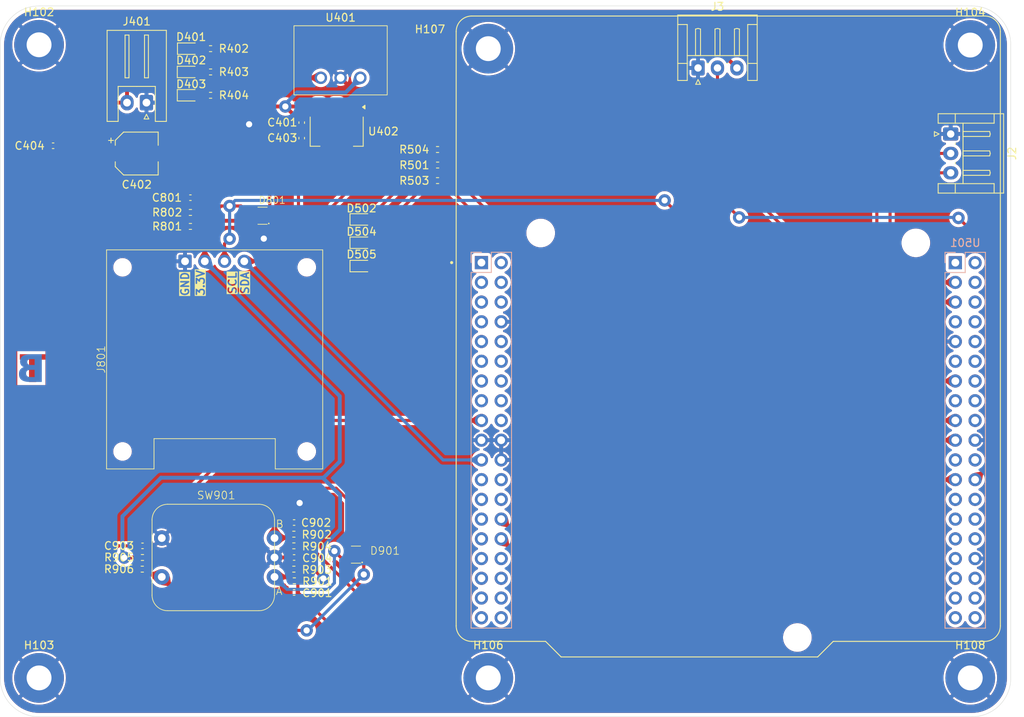
<source format=kicad_pcb>
(kicad_pcb (version 20240108) (generator "pcbnew") (generator_version "8.0")
  (title_block (title "Alarm System – Main Processing Board\n\n") (date "2025-04-15") (rev "1.0") (company "ENSEA") (comment 1 "AHAL Achraf") (comment 2 "HUSSAIN Ali"))
  (layers (0 "F.Cu" signal) (31 "B.Cu" signal) (34 "B.Paste" user) (35 "F.Paste" user) (36 "B.SilkS" user "B.Silkscreen") (37 "F.SilkS" user "F.Silkscreen") (38 "B.Mask" user) (39 "F.Mask" user) (44 "Edge.Cuts" user))
  (net 0 "")
  (net 1 "+12V")
  (net 2 "GND")
  (net 3 "+3.3V")
  (net 4 "+5V")
  (net 5 "/NUCLEO_L476RG/TIM2_CH1_ENC_A")
  (net 6 "/NUCLEO_L476RG/TIM2_CH2_ENC_B")
  (net 7 "Net-(D401-A)")
  (net 8 "Net-(D402-A)")
  (net 9 "Net-(D403-A)")
  (net 18 "/NUCLEO_L476RG/I2C1_SDA")
  (net 19 "/NUCLEO_L476RG/I2C1_SCL")
  (net 68 "/NUCLEO_L476RG/ENC_BTN")
  (net 69 "/NUCLEO_L476RG/LED_3")
  (net 70 "/NUCLEO_L476RG/LED_2")
  (net 71 "/NUCLEO_L476RG/LED_0")
  (net 72 "Net-(D502-A)")
  (net 73 "Net-(D504-A)")
  (net 74 "Net-(D505-A)")
  (net 75 "/Rotary_Encodeur/S")
  (net 76 "/Rotary_Encodeur/B")
  (net 77 "/Rotary_Encodeur/A")
  (net 79 "/INPUT_OUTPUT/INPUT")
  (net 80 "/INPUT_OUTPUT/VALID_ALARM")
  (net 81 "/INPUT_OUTPUT/SIG_ALARM")
  (footprint "Capacitor_SMD:C_0402_1005Metric" (layer "F.Cu") (at 103.2 72.7)
    (property "Reference" "C801")
    (property "Value" "1u" (hide yes))
  )
  (footprint "Resistor_SMD:R_0402_1005Metric" (layer "F.Cu") (at 103.2 76.4 180)
    (property "Reference" "R801")
    (property "Value" "1k" (hide yes))
  )
  (footprint "Resistor_SMD:R_0402_1005Metric" (layer "F.Cu") (at 105.7953 56.5161)
    (property "Reference" "R403")
    (property "Value" "1k6" (hide yes))
  )
  (footprint "LED_SMD:LED_0603_1608Metric" (layer "F.Cu") (at 102.9978 56.5161)
    (property "Reference" "D402")
    (property "Value" "RED_LED" (hide yes))
  )
  (footprint "Capacitor_SMD:C_0402_1005Metric" (layer "F.Cu") (at 117.5178 65.0361 90)
    (property "Reference" "C403")
    (property "Value" "100u" (hide yes))
  )
  (footprint "Library:173010xxx" (layer "F.Cu") (at 122.5178 57.2661)
    (property "Reference" "U401")
    (property "Value" "173010542" (hide yes))
  )
  (footprint "Library:482016514001_Mechanical_Incremental_Encoder_Switch" (layer "F.Cu") (at 106.5178 119.0161)
    (property "Reference" "SW901")
    (property "Value" "RotaryEncoder_Switch" (hide yes))
  )
  (footprint "Capacitor_SMD:C_0402_1005Metric" (layer "F.Cu") (at 116.5378 119.0161 180)
    (property "Reference" "C904")
    (property "Value" "100n" (hide yes))
  )
  (footprint "LED_SMD:LED_0603_1608Metric" (layer "F.Cu") (at 102.9978 59.5161)
    (property "Reference" "D403")
    (property "Value" "RED_LED" (hide yes))
  )
  (footprint "Resistor_SMD:R_0402_1005Metric" (layer "F.Cu") (at 116.5078 116.0161 180)
    (property "Reference" "R902")
    (property "Value" "10k" (hide yes))
  )
  (footprint "Capacitor_SMD:C_0402_1005Metric" (layer "F.Cu") (at 97.0378 117.5161)
    (property "Reference" "C903")
    (property "Value" "10n" (hide yes))
  )
  (footprint "LED_SMD:LED_0603_1608Metric" (layer "F.Cu") (at 125.2125 75.5)
    (property "Reference" "D502")
    (property "Value" "RED_LED" (hide yes))
  )
  (footprint "Resistor_SMD:R_0402_1005Metric" (layer "F.Cu") (at 97.0278 119.0161)
    (property "Reference" "R905")
    (property "Value" "10k" (hide yes))
  )
  (footprint "Connector_JST:JST_EH_S3B-EH_1x03_P2.50mm_Horizontal" (layer "F.Cu") (at 168.5 56)
    (property "Reference" "J3")
    (property "Value" "Conn_01x03")
  )
  (footprint "Resistor_SMD:R_0402_1005Metric" (layer "F.Cu") (at 134.99 66.5 180)
    (property "Reference" "R504")
    (property "Value" "400" (hide yes))
  )
  (footprint "Resistor_SMD:R_0402_1005Metric" (layer "F.Cu") (at 103.2 74.6 180)
    (property "Reference" "R802")
    (property "Value" "1k" (hide yes))
  )
  (footprint "LED_SMD:LED_0603_1608Metric" (layer "F.Cu") (at 125.2125 78.5)
    (property "Reference" "D504")
    (property "Value" "YELLOW_LED")
  )
  (footprint "Library:NUCLEO_L476RG" (layer "F.Cu") (at 172.3878 103.9161)
    (property "Reference" "U501")
    (property "Value" "NUCLEO_L476RG")
  )
  (footprint "Library:SBC-OLED01" (layer "F.Cu") (at 108.0178 94.5161)
    (property "Reference" "J801")
    (property "Value" "Conn_01x04" (hide yes))
  )
  (footprint "MountingHole:MountingHole_3.2mm_M3_Pad" (layer "F.Cu") (at 83.7303 53.0161)
    (property "Reference" "H102")
    (property "Value" "MountingHole_Pad" (hide yes))
  )
  (footprint "Resistor_SMD:R_0402_1005Metric" (layer "F.Cu") (at 105.7953 53.5161)
    (property "Reference" "R402")
    (property "Value" "5k1" (hide yes))
  )
  (footprint "Resistor_SMD:R_0402_1005Metric" (layer "F.Cu") (at 116.5078 120.5161 180)
    (property "Reference" "R903")
    (property "Value" "10k" (hide yes))
  )
  (footprint "Package_TO_SOT_SMD:SOT-223-3_TabPin2" (layer "F.Cu") (at 122.0178 64.1661 -90)
    (property "Reference" "U402")
    (property "Value" "AZ1117CH2-3.3TRG1" (hide yes))
  )
  (footprint "Resistor_SMD:R_0402_1005Metric" (layer "F.Cu") (at 116.5678 122.0161 180)
    (property "Reference" "R901")
    (property "Value" "10k" (hide yes))
  )
  (footprint "Library:SC70-5L" (layer "F.Cu") (at 112.505 75.02 90)
    (property "Reference" "D801")
    (property "Value" "WE 82402374" (hide yes))
  )
  (footprint "MountingHole:MountingHole_3.2mm_M3_Pad" (layer "F.Cu") (at 83.7303 134.5161)
    (property "Reference" "H103")
    (property "Value" "MountingHole_Pad" (hide yes))
  )
  (footprint "Capacitor_SMD:C_0402_1005Metric" (layer "F.Cu") (at 117.5178 63.0361 -90)
    (property "Reference" "C401")
    (property "Value" "10u" (hide yes))
  )
  (footprint "Capacitor_SMD:C_0402_1005Metric" (layer "F.Cu") (at 85.5378 66.0161 180)
    (property "Reference" "C404")
    (property "Value" "100n" (hide yes))
  )
  (footprint "MountingHole:MountingHole_3.2mm_M3_Pad" (layer "F.Cu") (at 141.5178 53.5161)
    (property "Reference" "H107")
    (property "Value" "MountingHole_Pad")
  )
  (footprint "Capacitor_SMD:C_0402_1005Metric" (layer "F.Cu") (at 116.5378 123.5161 180)
    (property "Reference" "C901")
    (property "Value" "10n" (hide yes))
  )
  (footprint "Capacitor_SMD:C_0402_1005Metric" (layer "F.Cu") (at 116.5378 114.5161 180)
    (property "Reference" "C902")
    (property "Value" "10n" (hide yes))
  )
  (footprint "LED_SMD:LED_0603_1608Metric" (layer "F.Cu") (at 125.2125 81.5)
    (property "Reference" "D505")
    (property "Value" "GREEN_LED" (hide yes))
  )
  (footprint "MountingHole:MountingHole_3.2mm_M3_Pad" (layer "F.Cu") (at 203.5178 53.0516)
    (property "Reference" "H104")
    (property "Value" "MountingHole_Pad")
  )
  (footprint "Connector_JST:JST_EH_S3B-EH_1x03_P2.50mm_Horizontal" (layer "F.Cu") (at 201 64.5 -90)
    (property "Reference" "J2")
    (property "Value" "Conn_01x03")
  )
  (footprint "Library:SC70-5L" (layer "F.Cu") (at 124.5178 118.65 90)
    (property "Reference" "D901")
    (property "Value" "WE 82402374" (hide yes))
  )
  (footprint "LED_SMD:LED_0603_1608Metric" (layer "F.Cu") (at 103.0178 53.5161)
    (property "Reference" "D401")
    (property "Value" "RED_LED" (hide yes))
  )
  (footprint "Resistor_SMD:R_0402_1005Metric" (layer "F.Cu") (at 134.99 70.5 180)
    (property "Reference" "R503")
    (property "Value" "800" (hide yes))
  )
  (footprint "Resistor_SMD:R_0402_1005Metric" (layer "F.Cu") (at 97.0078 120.5161 180)
    (property "Reference" "R906")
    (property "Value" "10k" (hide yes))
  )
  (footprint "Resistor_SMD:R_0402_1005Metric" (layer "F.Cu") (at 135 68.5 180)
    (property "Reference" "R501")
    (property "Value" "800" (hide yes))
  )
  (footprint "Capacitor_SMD:CP_Elec_5x5.4" (layer "F.Cu") (at 96.2953 67.0161)
    (property "Reference" "C402")
    (property "Value" "22u" (hide yes))
  )
  (footprint "Connector_JST:JST_XH_S2B-XH-A_1x02_P2.50mm_Horizontal" (layer "F.Cu") (at 97.5453 60.4661 180)
    (property "Reference" "J401")
    (property "Value" "Conn_01x02" (hide yes))
  )
  (footprint "Resistor_SMD:R_0402_1005Metric" (layer "F.Cu") (at 105.7953 59.5161)
    (property "Reference" "R404")
    (property "Value" "820" (hide yes))
  )
  (footprint "MountingHole:MountingHole_3.2mm_M3_Pad" (layer "F.Cu") (at 141.5178 134.5161)
    (property "Reference" "H106")
    (property "Value" "MountingHole_Pad")
  )
  (footprint "Resistor_SMD:R_0402_1005Metric" (layer "F.Cu") (at 116.5078 117.5161 180)
    (property "Reference" "R904")
    (property "Value" "10k" (hide yes))
  )
  (footprint "MountingHole:MountingHole_3.2mm_M3_Pad" (layer "F.Cu") (at 203.5178 134.5161)
    (property "Reference" "H108")
    (property "Value" "MountingHole_Pad")
  )
  (gr_arc (start 203.73025 48.01615) (mid 207.265784 49.480616) (end 208.73025 53.01615) (stroke (width 0.05)) (layer "Edge.Cuts"))
  (gr_arc (start 208.73025 134.51615) (mid 207.265784 138.051684) (end 203.73025 139.51615) (stroke (width 0.05)) (layer "Edge.Cuts"))
  (gr_line (start 203.73025 48.01615) (end 83.73025 48.01615) (stroke (width 0.05)) (layer "Edge.Cuts"))
  (gr_line (start 83.73025 139.51615) (end 203.73025 139.51615) (stroke (width 0.05)) (layer "Edge.Cuts"))
  (gr_line (start 208.73025 134.51615) (end 208.73025 53.01615) (stroke (width 0.05)) (layer "Edge.Cuts"))
  (gr_line (start 78.73025 134.51615) (end 78.73025 53.01615) (stroke (width 0.05)) (layer "Edge.Cuts"))
  (gr_arc (start 78.73025 53.01615) (mid 80.194716 49.480616) (end 83.73025 48.01615) (stroke (width 0.05)) (layer "Edge.Cuts"))
  (gr_arc (start 83.73025 139.51615) (mid 80.194716 138.051684) (end 78.73025 134.51615) (stroke (width 0.05)) (layer "Edge.Cuts"))
  (gr_text "A.AHAL\nA.HUSSAIN" (at 103.73025 135.01615 0) (layer "F.Cu") (effects (font (size 1.5 1.5) (thickness 0.3) (bold yes)) (justify left bottom)))
  (gr_text "T" (at 81.23025 97.01615 0) (layer "F.Cu") (effects (font (size 3.5 3.5) (thickness 0.75) (bold yes)) (justify left bottom)))
  (gr_text "B" (at 84.53025 97.01615 0) (layer "B.Cu") (effects (font (size 3.5 3.5) (thickness 0.75) (bold yes)) (justify left bottom mirror)))
  (segment (start 107.2275 54.5144) (end 105.8657 54.5144) (width 0.5) (layer "F.Cu") (net 1))
  (segment (start 87.9936 66.0161) (end 86.0178 66.0161) (width 0.5) (layer "F.Cu") (net 1))
  (segment (start 107.2275 52.7843) (end 107.2275 54.5144) (width 0.5) (layer "F.Cu") (net 1))
  (segment (start 95.0453 56.6847) (end 100.0473 51.6827) (width 0.5) (layer "F.Cu") (net 1))
  (segment (start 94.0953 67.0161) (end 90.5445 63.4652) (width 0.5) (layer "F.Cu") (net 1))
  (segment (start 95.0453 60.4661) (end 95.0453 56.6847) (width 0.5) (layer "F.Cu") (net 1))
  (segment (start 94.6699 60.4661) (end 93.5436 60.4661) (width 0.5) (layer "F.Cu") (net 1))
  (segment (start 107.2275 54.5144) (end 109.9792 57.2661) (width 0.5) (layer "F.Cu") (net 1))
  (segment (start 95.0453 60.4661) (end 94.6699 60.4661) (width 0.5) (layer "F.Cu") (net 1))
  (segment (start 106.1259 51.6827) (end 107.2275 52.7843) (width 0.5) (layer "F.Cu") (net 1))
  (segment (start 105.8657 54.5144) (end 105.2853 53.934) (width 0.5) (layer "F.Cu") (net 1))
  (segment (start 109.9792 57.2661) (end 119.9778 57.2661) (width 0.5) (layer "F.Cu") (net 1))
  (segment (start 100.0473 51.6827) (end 106.1259 51.6827) (width 0.5) (layer "F.Cu") (net 1))
  (segment (start 93.5436 60.4661) (end 90.5445 63.4652) (width 0.5) (layer "F.Cu") (net 1))
  (segment (start 90.5445 63.4652) (end 87.9936 66.0161) (width 0.5) (layer "F.Cu") (net 1))
  (segment (start 105.2853 53.934) (end 105.2853 53.5161) (width 0.5) (layer "F.Cu") (net 1))
  (segment (start 204.1378 103.9161) (end 205.6339 103.9161) (width 0.5) (layer "F.Cu") (net 2))
  (segment (start 204.1378 119.1561) (end 205.6439 119.1561) (width 0.5) (layer "F.Cu") (net 2))
  (segment (start 201.5978 91.2161) (end 199.2261 91.2161) (width 0.5) (layer "F.Cu") (net 2))
  (segment (start 114.0178 119.0161) (end 116.0578 119.0161) (width 0.5) (layer "F.Cu") (net 2))
  (segment (start 199.2261 91.2161) (end 199.19 91.18) (width 0.5) (layer "F.Cu") (net 2))
  (segment (start 125.45 118.65) (end 126.25 118.65) (width 0.4) (layer "F.Cu") (net 2))
  (segment (start 98.5178 117.5161) (end 99.5178 116.5161) (width 0.5) (layer "F.Cu") (net 2))
  (segment (start 143.1778 88.6761) (end 145.0639 88.6761) (width 0.5) (layer "F.Cu") (net 2))
  (segment (start 145.0639 88.6761) (end 145.08 88.66) (width 0.5) (layer "F.Cu") (net 2))
  (segment (start 113.3722 75.0239) (end 114.7222 75.0239) (width 0.4) (layer "F.Cu") (net 2))
  (segment (start 205.6339 103.9161) (end 205.65 103.9) (width 0.5) (layer "F.Cu") (net 2))
  (segment (start 97.5178 117.5161) (end 98.5178 117.5161) (width 0.5) (layer "F.Cu") (net 2))
  (via (at 112.64 77.97) (size 1.6) (drill 0.8) (layers "F.Cu" "B.Cu") (net 2))
  (via (at 110.75 63.25) (size 1.6) (drill 0.8) (layers "F.Cu" "B.Cu") (net 2))
  (via (at 117.25 112) (size 1.6) (drill 0.8) (layers "F.Cu" "B.Cu") (net 2))
  (segment (start 102.72 72.7) (end 102.72 72.209) (width 0.5) (layer "F.Cu") (net 3))
  (segment (start 105.0478 78.2578) (end 104.87 78.08) (width 0.5) (layer "F.Cu") (net 3))
  (segment (start 109.4129 65.5161) (end 117.5178 65.5161) (width 0.5) (layer "F.Cu") (net 3))
  (segment (start 122.0178 61.0161) (end 122.0178 61.5749) (width 0.5) (layer "F.Cu") (net 3))
  (segment (start 117.0178 120.5161) (end 119.1014 120.5161) (width 0.5) (layer "F.Cu") (net 3))
  (segment (start 118.0766 65.5161) (end 117.5178 65.5161) (width 0.5) (layer "F.Cu") (net 3))
  (segment (start 102.72 72.209) (end 109.4129 65.5161) (width 0.5) (layer "F.Cu") (net 3))
  (segment (start 119.1014 120.5161) (end 120.2999 121.7146) (width 0.5) (layer "F.Cu") (net 3))
  (segment (start 102.69 76.8139) (end 102.69 76.4) (width 0.5) (layer "F.Cu") (net 3))
  (segment (start 105.2853 61.3885) (end 105.2853 59.5161) (width 0.5) (layer "F.Cu") (net 3))
  (segment (start 159.4238 62.2247) (end 167.3106 54.3379) (width 0.5) (layer "F.Cu") (net 3))
  (segment (start 94.7039 119.0161) (end 94.69 119.03) (width 0.5) (layer "F.Cu") (net 3))
  (segment (start 171.8379 54.3379) (end 173.5 56) (width 0.5) (layer "F.Cu") (net 3))
  (segment (start 104.87 78.08) (end 103.9561 78.08) (width 0.5) (layer "F.Cu") (net 3))
  (segment (start 102.72 74.57) (end 102.72 72.7) (width 0.5) (layer "F.Cu") (net 3))
  (segment (start 105.02 78.08) (end 104.87 78.08) (width 0.5) (layer "F.Cu") (net 3))
  (segment (start 119.1472 64.4455) (end 122.0178 67.3161) (width 0.5) (layer "F.Cu") (net 3))
  (segment (start 117.0178 117.5161) (end 117.0178 119.0161) (width 0.5) (layer "F.Cu") (net 3))
  (segment (start 102.69 74.6) (end 102.72 74.57) (width 0.5) (layer "F.Cu") (net 3))
  (segment (start 127.1092 62.2247) (end 159.4238 62.2247) (width 0.5) (layer "F.Cu") (net 3))
  (segment (start 122.0178 61.5749) (end 119.1472 64.4455) (width 0.5) (layer "F.Cu") (net 3))
  (segment (start 111.555 75.67) (end 107.43 75.67) (width 0.5) (layer "F.Cu") (net 3))
  (segment (start 96.5178 119.0161) (end 94.7039 119.0161) (width 0.5) (layer "F.Cu") (net 3))
  (segment (start 107.43 75.67) (end 105.02 78.08) (width 0.5) (layer "F.Cu") (net 3))
  (segment (start 103.9561 78.08) (end 102.69 76.8139) (width 0.5) (layer "F.Cu") (net 3))
  (segment (start 167.3106 54.3379) (end 171.8379 54.3379) (width 0.5) (layer "F.Cu") (net 3))
  (segment (start 109.4129 65.5161) (end 105.2853 61.3885) (width 0.5) (layer "F.Cu") (net 3))
  (segment (start 102.69 74.6) (end 102.69 76.4) (width 0.5) (layer "F.Cu") (net 3))
  (segment (start 122.0178 67.3161) (end 127.1092 62.2247) (width 0.5) (layer "F.Cu") (net 3))
  (segment (start 117.0178 120.5161) (end 117.0178 119.0161) (width 0.5) (layer "F.Cu") (net 3))
  (segment (start 105.0478 80.8861) (end 105.0478 78.2578) (width 0.5) (layer "F.Cu") (net 3))
  (segment (start 119.1472 64.4455) (end 118.0766 65.5161) (width 0.5) (layer "F.Cu") (net 3))
  (via (at 94.69 119.03) (size 1.6) (drill 0.8) (layers "F.Cu" "B.Cu") (net 3))
  (via (at 120.2999 121.7146) (size 1.6) (drill 0.8) (layers "F.Cu" "B.Cu") (net 3))
  (segment (start 94.69 119.010447) (end 94.45 118.770447) (width 0.5) (layer "B.Cu") (net 3))
  (segment (start 120.2724 121.6871) (end 120.2999 121.7146) (width 0.5) (layer "B.Cu") (net 3))
  (segment (start 120.2707 108.8) (end 122.45 110.9793) (width 0.5) (layer "B.Cu") (net 3))
  (segment (start 99.42 108.75) (end 120.2207 108.75) (width 0.5) (layer "B.Cu") (net 3))
  (segment (start 122.41 106.6607) (end 120.2707 108.8) (width 0.5) (layer "B.Cu") (net 3))
  (segment (start 122.45 115.41179) (end 120.2724 117.58939) (width 0.5) (layer "B.Cu") (net 3))
  (segment (start 94.45 113.72) (end 99.42 108.75) (width 0.5) (layer "B.Cu") (net 3))
  (segment (start 94.45 118.770447) (end 94.45 113.72) (width 0.5) (layer "B.Cu") (net 3))
  (segment (start 120.2724 117.58939) (end 120.2724 121.6871) (width 0.5) (layer "B.Cu") (net 3))
  (segment (start 105.0478 80.8861) (end 122.41 98.2483) (width 0.5) (layer "B.Cu") (net 3))
  (segment (start 120.2207 108.75) (end 120.2707 108.8) (width 0.5) (layer "B.Cu") (net 3))
  (segment (start 122.41 98.2483) (end 122.41 106.6607) (width 0.5) (layer "B.Cu") (net 3))
  (segment (start 122.45 110.9793) (end 122.45 115.41179) (width 0.5) (layer "B.Cu") (net 3))
  (segment (start 94.69 119.03) (end 94.69 119.010447) (width 0.5) (layer "B.Cu") (net 3))
  (segment (start 105.2853 57.0048) (end 105.2853 56.5161) (width 0.5) (layer "F.Cu") (net 4))
  (segment (start 117.0061 62.5561) (end 115.41 60.96) (width 0.5) (layer "F.Cu") (net 4))
  (segment (start 119.0578 61.0161) (end 119.7178 61.0161) (width 0.5) (layer "F.Cu") (net 4))
  (segment (start 119.6617 60.96) (end 119.7178 61.0161) (width 0.5) (layer "F.Cu") (net 4))
  (segment (start 119.7178 61.0161) (end 119.7178 60.8693) (width 0.5) (layer "F.Cu") (net 4))
  (segment (start 115.41 60.96) (end 109.9078 60.96) (width 0.5) (layer "F.Cu") (net 4))
  (segment (start 115.41 60.96) (end 119.6617 60.96) (width 0.5) (layer "F.Cu") (net 4))
  (segment (start 117.5178 62.5561) (end 117.0061 62.5561) (width 0.5) (layer "F.Cu") (net 4))
  (segment (start 109.9078 60.96) (end 106.6144 57.6666) (width 0.5) (layer "F.Cu") (net 4))
  (segment (start 105.9471 57.6666) (end 105.2853 57.0048) (width 0.5) (layer "F.Cu") (net 4))
  (segment (start 106.6144 57.6666) (end 105.9471 57.6666) (width 0.5) (layer "F.Cu") (net 4))
  (via (at 115.41 60.96) (size 1.6) (drill 0.8) (layers "F.Cu" "B.Cu") (net 4))
  (segment (start 125.0578 57.2661) (end 123.1739 59.15) (width 0.5) (layer "B.Cu") (net 4))
  (segment (start 123.1739 59.15) (end 116.92 59.15) (width 0.5) (layer "B.Cu") (net 4))
  (segment (start 116.92 59.15) (end 115.41 60.66) (width 0.5) (layer "B.Cu") (net 4))
  (segment (start 115.41 60.66) (end 115.41 60.96) (width 0.5) (layer "B.Cu") (net 4))
  (segment (start 122.5793 129.0776) (end 144.0712 129.0776) (width 0.4) (layer "F.Cu") (net 5))
  (segment (start 144.0712 129.0776) (end 145.5098 127.639) (width 0.4) (layer "F.Cu") (net 5))
  (segment (start 145.5098 127.639) (end 145.5098 116.4081) (width 0.4) (layer "F.Cu") (net 5))
  (segment (start 117.0178 122.0761) (end 117.0178 123.5161) (width 0.4) (layer "F.Cu") (net 5))
  (segment (start 117.0778 122.0161) (end 117.0178 122.0761) (width 0.4) (layer "F.Cu") (net 5))
  (segment (start 145.5098 116.4081) (end 143.1778 114.0761) (width 0.4) (layer "F.Cu") (net 5))
  (segment (start 117.0178 123.5161) (end 122.5793 129.0776) (width 0.4) (layer "F.Cu") (net 5))
  (segment (start 117.0178 116.0161) (end 117.0178 114.5161) (width 0.4) (layer "F.Cu") (net 6))
  (segment (start 143.7813 128.2296) (end 129.2313 128.2296) (width 0.4) (layer "F.Cu") (net 6))
  (segment (start 129.2313 128.2296) (end 117.0178 116.0161) (width 0.4) (layer "F.Cu") (net 6))
  (segment (start 144.6572 118.0955) (end 144.6572 127.3537) (width 0.4) (layer "F.Cu") (net 6))
  (segment (start 143.1778 116.6161) (end 144.6572 118.0955) (width 0.4) (layer "F.Cu") (net 6))
  (segment (start 144.6572 127.3537) (end 143.7813 128.2296) (width 0.4) (layer "F.Cu") (net 6))
  (segment (start 104.7415 52.5799) (end 105.7428 52.5799) (width 0.4) (layer "F.Cu") (net 7))
  (segment (start 105.7428 52.5799) (end 106.3053 53.1424) (width 0.4) (layer "F.Cu") (net 7))
  (segment (start 103.8053 53.5161) (end 104.7415 52.5799) (width 0.4) (layer "F.Cu") (net 7))
  (segment (start 106.3053 53.1424) (end 106.3053 53.5161) (width 0.4) (layer "F.Cu") (net 7))
  (segment (start 105.7285 55.5892) (end 106.3053 56.166) (width 0.4) (layer "F.Cu") (net 8))
  (segment (start 104.7122 55.5892) (end 105.7285 55.5892) (width 0.4) (layer "F.Cu") (net 8))
  (segment (start 103.7853 56.5161) (end 104.7122 55.5892) (width 0.4) (layer "F.Cu") (net 8))
  (segment (start 106.3053 56.166) (end 106.3053 56.5161) (width 0.4) (layer "F.Cu") (net 8))
  (segment (start 106.3053 59.1539) (end 106.3053 59.5161) (width 0.4) (layer "F.Cu") (net 9))
  (segment (start 104.7254 58.576) (end 105.7274 58.576) (width 0.4) (layer "F.Cu") (net 9))
  (segment (start 105.7274 58.576) (end 106.3053 59.1539) (width 0.4) (layer "F.Cu") (net 9))
  (segment (start 103.7853 59.5161) (end 104.7254 58.576) (width 0.4) (layer "F.Cu") (net 9))
  (segment (start 108.85 70.35) (end 104.6 74.6) (width 0.4) (layer "F.Cu") (net 18))
  (segment (start 104.6 74.6) (end 103.71 74.6) (width 0.4) (layer "F.Cu") (net 18))
  (segment (start 113.7739 80.8861) (end 117.1 77.56) (width 0.4) (layer "F.Cu") (net 18))
  (segment (start 117.1 77.56) (end 117.1 71.14) (width 0.4) (layer "F.Cu") (net 18))
  (segment (start 113.405 70.775) (end 113.305 70.775) (width 0.4) (layer "F.Cu") (net 18))
  (segment (start 112.88 70.35) (end 108.85 70.35) (width 0.4) (layer "F.Cu") (net 18))
  (segment (start 110.1278 80.8861) (end 113.7739 80.8861) (width 0.4) (layer "F.Cu") (net 18))
  (segment (start 113.85 70.33) (end 113.405 70.775) (width 0.4) (layer "F.Cu") (net 18))
  (segment (start 113.305 70.775) (end 112.88 70.35) (width 0.4) (layer "F.Cu") (net 18))
  (segment (start 117.1 71.14) (end 116.29 70.33) (width 0.4) (layer "F.Cu") (net 18))
  (segment (start 113.405 70.775) (end 113.405 74.22) (width 0.4) (layer "F.Cu") (net 18))
  (segment (start 116.29 70.33) (end 113.85 70.33) (width 0.4) (layer "F.Cu") (net 18))
  (segment (start 135.6978 106.4561) (end 110.1278 80.8861) (width 0.4) (layer "B.Cu") (net 18))
  (segment (start 140.6378 106.4561) (end 135.6978 106.4561) (width 0.4) (layer "B.Cu") (net 18))
  (segment (start 201.5978 101.3761) (end 192.5261 101.3761) (width 0.4) (layer "F.Cu") (net 19))
  (segment (start 108.24 73.77) (end 109.7 73.77) (width 0.4) (layer "F.Cu") (net 19))
  (segment (start 192.5261 101.3761) (end 164.2 73.05) (width 0.4) (layer "F.Cu") (net 19))
  (segment (start 110.3 74.37) (end 111.555 74.37) (width 0.4) (layer "F.Cu") (net 19))
  (segment (start 109.7 73.77) (end 110.3 74.37) (width 0.4) (layer "F.Cu") (net 19))
  (segment (start 104.53 76.4) (end 103.71 76.4) (width 0.4) (layer "F.Cu") (net 19))
  (segment (start 107.16 73.77) (end 104.53 76.4) (width 0.4) (layer "F.Cu") (net 19))
  (segment (start 107.5878 78.6322) (end 108.24 77.98) (width 0.4) (layer "F.Cu") (net 19))
  (segment (start 108.24 73.77) (end 107.16 73.77) (width 0.4) (layer "F.Cu") (net 19))
  (segment (start 107.5878 80.8861) (end 107.5878 78.6322) (width 0.4) (layer "F.Cu") (net 19))
  (via (at 164.2 73.05) (size 1.6) (drill 0.8) (layers "F.Cu" "B.Cu") (net 19))
  (via (at 108.24 73.77) (size 1.6) (drill 0.8) (layers "F.Cu" "B.Cu") (net 19))
  (via (at 108.24 77.98) (size 1.6) (drill 0.8) (layers "F.Cu" "B.Cu") (net 19))
  (segment (start 108.96 73.05) (end 108.24 73.77) (width 0.4) (layer "B.Cu") (net 19))
  (segment (start 164.2 73.05) (end 108.96 73.05) (width 0.4) (layer "B.Cu") (net 19))
  (segment (start 108.24 77.98) (end 108.24 73.77) (width 0.4) (layer "B.Cu") (net 19))
  (segment (start 92.89 119.62) (end 93.7861 120.5161) (width 0.4) (layer "F.Cu") (net 68))
  (segment (start 93.7861 120.5161) (end 96.4978 120.5161) (width 0.4) (layer "F.Cu") (net 68))
  (segment (start 93.9139 117.5161) (end 92.89 118.54) (width 0.4) (layer "F.Cu") (net 68))
  (segment (start 96.5578 117.1149) (end 96.5578 117.5161) (width 0.4) (layer "F.Cu") (net 68))
  (segment (start 96.5578 117.5161) (end 93.9139 117.5161) (width 0.4) (layer "F.Cu") (net 68))
  (segment (start 140.6378 101.3761) (end 112.2966 101.3761) (width 0.4) (layer "F.Cu") (net 68))
  (segment (start 92.89 118.54) (end 92.89 119.62) (width 0.4) (layer "F.Cu") (net 68))
  (segment (start 112.2966 101.3761) (end 96.5578 117.1149) (width 0.4) (layer "F.Cu") (net 68))
  (segment (start 165.0454 66.5) (end 135.5 66.5) (width 0.4) (layer "F.Cu") (net 69))
  (segment (start 173.7867 75.2413) (end 165.0454 66.5) (width 0.4) (layer "F.Cu") (net 69))
  (segment (start 206.7 106.4339) (end 204.1378 108.9961) (width 0.4) (layer "F.Cu") (net 69))
  (segment (start 206.7 80) (end 206.7 106.4339) (width 0.4) (layer "F.Cu") (net 69))
  (segment (start 202 75.3) (end 206.7 80) (width 0.4) (layer "F.Cu") (net 69))
  (via (at 202 75.3) (size 1.6) (drill 0.8) (layers "F.Cu" "B.Cu") (net 69))
  (via (at 173.7867 75.2413) (size 1.6) (drill 0.8) (layers "F.Cu" "B.Cu") (net 69))
  (segment (start 201.9413 75.2413) (end 173.7867 75.2413) (width 0.4) (layer "B.Cu") (net 69))
  (segment (start 202 75.3) (end 201.9413 75.2413) (width 0.4) (layer "B.Cu") (net 69))
  (segment (start 201.5978 108.9961) (end 173.9961 108.9961) (width 0.4) (layer "F.Cu") (net 70))
  (segment (start 173.9961 108.9961) (end 135.5 70.5) (width 0.4) (layer "F.Cu") (net 70))
  (segment (start 170.9261 103.9161) (end 135.51 68.5) (width 0.4) (layer "F.Cu") (net 71))
  (segment (start 201.5978 103.9161) (end 170.9261 103.9161) (width 0.4) (layer "F.Cu") (net 71))
  (segment (start 126 75.5) (end 133 68.5) (width 0.4) (layer "F.Cu") (net 72))
  (segment (start 133 68.5) (end 134.49 68.5) (width 0.4) (layer "F.Cu") (net 72))
  (segment (start 134 70.5) (end 134.48 70.5) (width 0.4) (layer "F.Cu") (net 73))
  (segment (start 126 78.5) (end 134 70.5) (width 0.4) (layer "F.Cu") (net 73))
  (segment (start 126 81.3864) (end 124.6684 80.0548) (width 0.4) (layer "F.Cu") (net 74))
  (segment (start 124.6684 80.0548) (end 123.3048 80.0548) (width 0.4) (layer "F.Cu") (net 74))
  (segment (start 128.8 66.5) (end 134.48 66.5) (width 0.4) (layer "F.Cu") (net 74))
  (segment (start 123.3048 80.0548) (end 121.5 78.25) (width 0.4) (layer "F.Cu") (net 74))
  (segment (start 121.5 73.8) (end 128.8 66.5) (width 0.4) (layer "F.Cu") (net 74))
  (segment (start 126 81.5) (end 126 81.3864) (width 0.4) (layer "F.Cu") (net 74))
  (segment (start 121.5 78.25) (end 121.5 73.8) (width 0.4) (layer "F.Cu") (net 74))
  (segment (start 97.5378 120.3546) (end 97.5378 120.2739) (width 0.4) (layer "F.Cu") (net 75))
  (segment (start 99.5178 121.5161) (end 98.5378 121.5161) (width 0.4) (layer "F.Cu") (net 75))
  (segment (start 97.5378 120.5161) (end 97.5178 120.5161) (width 0.4) (layer "F.Cu") (net 75))
  (segment (start 125.5 120.1) (end 125.5 119.3) (width 0.4) (layer "F.Cu") (net 75))
  (segment (start 97.5378 120.2739) (end 97.5378 119.0161) (width 0.4) (layer "F.Cu") (net 75))
  (segment (start 118.15 128.4) (end 106.4017 128.4) (width 0.4) (layer "F.Cu") (net 75))
  (segment (start 97.5378 120.5161) (end 97.5378 120.3546) (width 0.4) (layer "F.Cu") (net 75))
  (segment (start 106.4017 128.4) (end 99.5178 121.5161) (width 0.4) (layer "F.Cu") (net 75))
  (segment (start 125.5 120.1) (end 125.5 121.2) (width 0.4) (layer "F.Cu") (net 75))
  (segment (start 98.5378 121.5161) (end 97.5378 120.5161) (width 0.4) (layer "F.Cu") (net 75))
  (via (at 125.5 121.2) (size 1.6) (drill 0.8) (layers "F.Cu" "B.Cu") (net 75))
  (via (at 118.15 128.4) (size 1.6) (drill 0.8) (layers "F.Cu" "B.Cu") (net 75))
  (segment (start 125.5 121.2) (end 118.3 128.4) (width 0.4) (layer "B.Cu") (net 75))
  (segment (start 118.3 128.4) (end 118.15 128.4) (width 0.4) (layer "B.Cu") (net 75))
  (segment (start 114.0178 116.5161) (end 115.4978 116.5161) (width 0.4) (layer "F.Cu") (net 76))
  (segment (start 115.35 110.1) (end 121.95 110.1) (width 0.4) (layer "F.Cu") (net 76))
  (segment (start 115.9978 117.0161) (end 115.4978 116.5161) (width 0.4) (layer "F.Cu") (net 76))
  (segment (start 114.0178 116.5161) (end 114.0178 111.4322) (width 0.4) (layer "F.Cu") (net 76))
  (segment (start 123.5678 111.7178) (end 123.5678 118) (width 0.4) (layer "F.Cu") (net 76))
  (segment (start 115.4978 116.5161) (end 115.9978 116.0161) (width 0.4) (layer "F.Cu") (net 76))
  (segment (start 115.9978 117.5161) (end 115.9978 117.0161) (width 0.4) (layer "F.Cu") (net 76))
  (segment (start 114.0178 111.4322) (end 115.35 110.1) (width 0.4) (layer "F.Cu") (net 76))
  (segment (start 121.95 110.1) (end 123.5678 111.7178) (width 0.4) (layer "F.Cu") (net 76))
  (segment (start 115.5578 121.5161) (end 115.5578 120.9561) (width 0.4) (layer "F.Cu") (net 77))
  (segment (start 122.8324 119.3) (end 123.5678 119.3) (width 0.4) (layer "F.Cu") (net 77))
  (segment (start 115.5578 121.5161) (end 116.0578 122.0161) (width 0.4) (layer "F.Cu") (net 77))
  (segment (start 121.7224 118.19) (end 122.8324 119.3) (width 0.4) (layer "F.Cu") (net 77))
  (segment (start 114.0178 121.5161) (end 115.5578 121.5161) (width 0.4) (layer "F.Cu") (net 77))
  (segment (start 115.5578 120.9561) (end 115.9978 120.5161) (width 0.4) (layer "F.Cu") (net 77))
  (via (at 121.7224 118.19) (size 1.6) (drill 0.8) (layers "F.Cu" "B.Cu") (net 77))
  (segment (start 115.6181 123.1164) (end 120.8997 123.1164) (width 0.4) (layer "B.Cu") (net 77))
  (segment (start 120.8997 123.1164) (end 121.7224 122.2937) (width 0.4) (layer "B.Cu") (net 77))
  (segment (start 121.7224 122.2937) (end 121.7224 118.19) (width 0.4) (layer "B.Cu") (net 77))
  (segment (start 114.0178 121.5161) (end 115.6181 123.1164) (width 0.4) (layer "B.Cu") (net 77))
  (segment (start 199.304 96.2961) (end 201.5978 96.2961) (width 0.4) (layer "F.Cu") (net 79))
  (segment (start 199.3 96.3) (end 199.304 96.2961) (width 0.4) (layer "F.Cu") (net 79))
  (segment (start 171 68) (end 199.3 96.3) (width 0.4) (layer "F.Cu") (net 79))
  (segment (start 201.5978 96.2961) (end 201.598 96.2961) (width 0.4) (layer "F.Cu") (net 79))
  (segment (start 171 56) (end 171 68) (width 0.4) (layer "F.Cu") (net 79))
  (segment (start 193.2 73.1) (end 196.8 69.5) (width 0.4) (layer "F.Cu") (net 80))
  (segment (start 201.598 83.5961) (end 201.5978 83.5961) (width 0.4) (layer "F.Cu") (net 80))
  (segment (start 195.496 83.5961) (end 193.2 81.3) (width 0.4) (layer "F.Cu") (net 80))
  (segment (start 201.5978 83.5961) (end 195.496 83.5961) (width 0.4) (layer "F.Cu") (net 80))
  (segment (start 193.2 81.3) (end 193.2 73.1) (width 0.4) (layer "F.Cu") (net 80))
  (segment (start 196.8 69.5) (end 201 69.5) (width 0.4) (layer "F.Cu") (net 80))
  (segment (start 201 67) (end 194.8 67) (width 0.4) (layer "F.Cu") (net 81))
  (segment (start 201.5978 86.1361) (end 201.598 86.1361) (width 0.4) (layer "F.Cu") (net 81))
  (segment (start 191.5 81.9) (end 195.736 86.1361) (width 0.4) (layer "F.Cu") (net 81))
  (segment (start 191.5 70.3) (end 191.5 81.9) (width 0.4) (layer "F.Cu") (net 81))
  (segment (start 194.8 67) (end 191.5 70.3) (width 0.4) (layer "F.Cu") (net 81))
  (segment (start 195.736 86.1361) (end 201.5978 86.1361) (width 0.4) (layer "F.Cu") (net 81))
  (zone (net 2) (net_name "GND") (layers "F&B.Cu") (connect_pads (clearance 0.2)) (min_thickness 0.3) (fill yes (thermal_gap 0.25) (thermal_bridge_width 0.5))
    (polygon (pts (xy 78.73025 48.01615) (xy 208.73025 48.01615) (xy 208.73025 139.51615) (xy 78.73025 139.51615)))
  )
)
</source>
